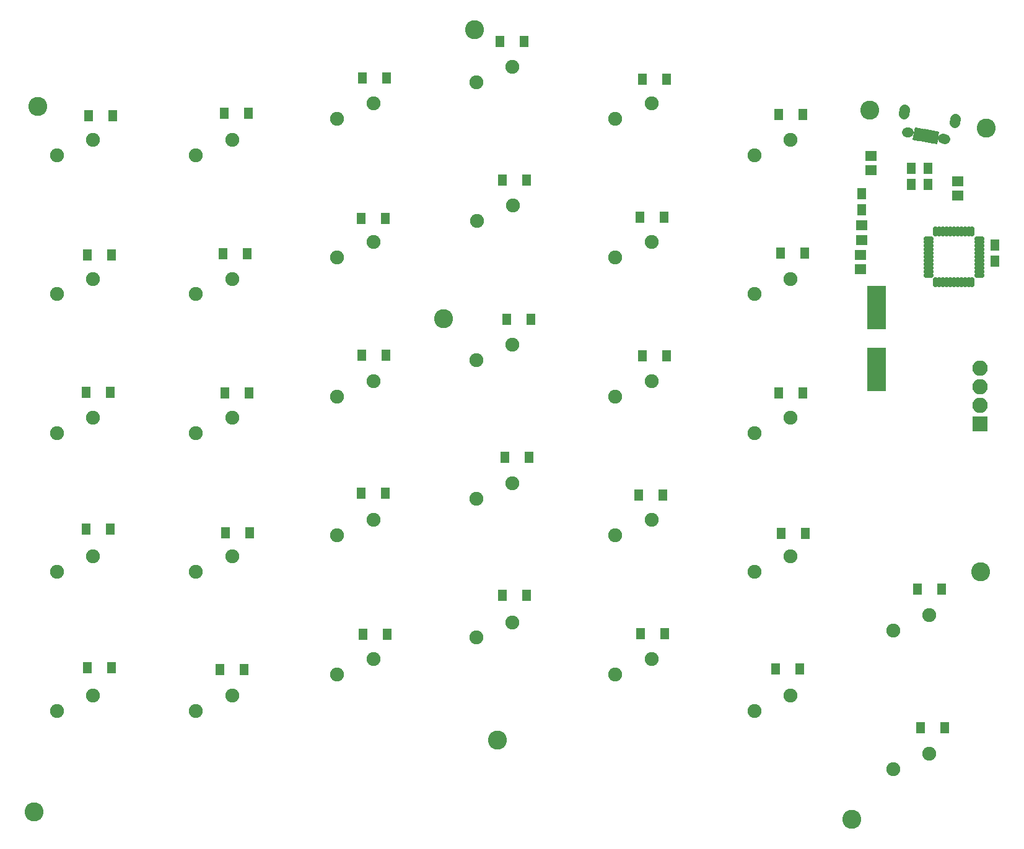
<source format=gbr>
G04 #@! TF.FileFunction,Soldermask,Top*
%FSLAX46Y46*%
G04 Gerber Fmt 4.6, Leading zero omitted, Abs format (unit mm)*
G04 Created by KiCad (PCBNEW 4.0.7) date Wednesday, February 06, 2019 'PMt' 10:52:11 PM*
%MOMM*%
%LPD*%
G01*
G04 APERTURE LIST*
%ADD10C,0.100000*%
%ADD11R,1.650000X1.400000*%
%ADD12R,1.300000X1.600000*%
%ADD13C,1.350000*%
%ADD14C,1.400000*%
%ADD15R,2.100000X2.100000*%
%ADD16O,2.100000X2.100000*%
%ADD17C,1.900000*%
%ADD18O,0.700000X1.400000*%
%ADD19O,1.400000X0.700000*%
%ADD20R,2.500000X6.000000*%
%ADD21C,2.600000*%
G04 APERTURE END LIST*
D10*
D11*
X153650000Y-76900000D03*
X153650000Y-74900000D03*
X153750000Y-70900000D03*
X153750000Y-72900000D03*
X166900000Y-66850000D03*
X166900000Y-64850000D03*
X155050000Y-63350000D03*
X155050000Y-61350000D03*
D12*
X51450000Y-55900000D03*
X48150000Y-55900000D03*
X51250000Y-74900000D03*
X47950000Y-74900000D03*
X51100000Y-93750000D03*
X47800000Y-93750000D03*
X51100000Y-112450000D03*
X47800000Y-112450000D03*
X51250000Y-131450000D03*
X47950000Y-131450000D03*
X70000000Y-55550000D03*
X66700000Y-55550000D03*
X69800000Y-74750000D03*
X66500000Y-74750000D03*
X70050000Y-93850000D03*
X66750000Y-93850000D03*
X70100000Y-112950000D03*
X66800000Y-112950000D03*
X69400000Y-131650000D03*
X66100000Y-131650000D03*
X88850000Y-50750000D03*
X85550000Y-50750000D03*
X88650000Y-69900000D03*
X85350000Y-69900000D03*
X88800000Y-88650000D03*
X85500000Y-88650000D03*
X88650000Y-107550000D03*
X85350000Y-107550000D03*
X88950000Y-126800000D03*
X85650000Y-126800000D03*
X107650000Y-45700000D03*
X104350000Y-45700000D03*
X107950000Y-64700000D03*
X104650000Y-64700000D03*
X108600000Y-83750000D03*
X105300000Y-83750000D03*
X108300000Y-102650000D03*
X105000000Y-102650000D03*
X107950000Y-121500000D03*
X104650000Y-121500000D03*
X127150000Y-50900000D03*
X123850000Y-50900000D03*
X126800000Y-69750000D03*
X123500000Y-69750000D03*
X127150000Y-88750000D03*
X123850000Y-88750000D03*
X126650000Y-107750000D03*
X123350000Y-107750000D03*
X126850000Y-126750000D03*
X123550000Y-126750000D03*
X145750000Y-55700000D03*
X142450000Y-55700000D03*
X146000000Y-74700000D03*
X142700000Y-74700000D03*
X145750000Y-93850000D03*
X142450000Y-93850000D03*
X146100000Y-113000000D03*
X142800000Y-113000000D03*
X145300000Y-131600000D03*
X142000000Y-131600000D03*
X165150000Y-139650000D03*
X161850000Y-139650000D03*
D10*
G36*
X163616246Y-57911326D02*
X164404092Y-58050244D01*
X164100208Y-59773658D01*
X163312362Y-59634740D01*
X163616246Y-57911326D01*
X163616246Y-57911326D01*
G37*
G36*
X162976121Y-57798455D02*
X163763967Y-57937373D01*
X163460083Y-59660787D01*
X162672237Y-59521869D01*
X162976121Y-57798455D01*
X162976121Y-57798455D01*
G37*
G36*
X162335996Y-57685583D02*
X163123842Y-57824501D01*
X162819958Y-59547915D01*
X162032112Y-59408997D01*
X162335996Y-57685583D01*
X162335996Y-57685583D01*
G37*
G36*
X161695871Y-57572712D02*
X162483717Y-57711630D01*
X162179833Y-59435044D01*
X161391987Y-59296126D01*
X161695871Y-57572712D01*
X161695871Y-57572712D01*
G37*
G36*
X161055746Y-57459841D02*
X161843592Y-57598759D01*
X161539708Y-59322173D01*
X160751862Y-59183255D01*
X161055746Y-57459841D01*
X161055746Y-57459841D01*
G37*
D13*
X165187717Y-59076917D02*
X164892275Y-59024823D01*
X160263679Y-58208676D02*
X159968237Y-58156582D01*
D14*
X166541407Y-56294715D02*
X166445901Y-56836359D01*
X159647753Y-55079178D02*
X159552247Y-55620822D01*
D15*
X170000000Y-98030000D03*
D16*
X170000000Y-95490000D03*
X170000000Y-92950000D03*
X170000000Y-90410000D03*
D12*
X160600000Y-65300000D03*
X160600000Y-63100000D03*
X162850000Y-65300000D03*
X162850000Y-63100000D03*
X153800000Y-66550000D03*
X153800000Y-68750000D03*
D17*
X48750000Y-59200000D03*
X43800000Y-61300000D03*
X48750000Y-78200000D03*
X43800000Y-80300000D03*
X48750000Y-97200000D03*
X43800000Y-99300000D03*
X48750000Y-116200000D03*
X43800000Y-118300000D03*
X48750000Y-135200000D03*
X43800000Y-137300000D03*
X67750000Y-59200000D03*
X62800000Y-61300000D03*
X67750000Y-78200000D03*
X62800000Y-80300000D03*
X67750000Y-97200000D03*
X62800000Y-99300000D03*
X67750000Y-116200000D03*
X62800000Y-118300000D03*
X67750000Y-135200000D03*
X62800000Y-137300000D03*
X87050000Y-54200000D03*
X82100000Y-56300000D03*
X87050000Y-73200000D03*
X82100000Y-75300000D03*
X87050000Y-92200000D03*
X82100000Y-94300000D03*
X87050000Y-111200000D03*
X82100000Y-113300000D03*
X87050000Y-130200000D03*
X82100000Y-132300000D03*
X106050000Y-49200000D03*
X101100000Y-51300000D03*
X106150000Y-68200000D03*
X101200000Y-70300000D03*
X106050000Y-87200000D03*
X101100000Y-89300000D03*
X106050000Y-106200000D03*
X101100000Y-108300000D03*
X106050000Y-125200000D03*
X101100000Y-127300000D03*
X125050000Y-54200000D03*
X120100000Y-56300000D03*
X125050000Y-73200000D03*
X120100000Y-75300000D03*
X125050000Y-92200000D03*
X120100000Y-94300000D03*
X125050000Y-111200000D03*
X120100000Y-113300000D03*
X125050000Y-130200000D03*
X120100000Y-132300000D03*
X144050000Y-59200000D03*
X139100000Y-61300000D03*
X144050000Y-78200000D03*
X139100000Y-80300000D03*
X144050000Y-97200000D03*
X139100000Y-99300000D03*
X144050000Y-116200000D03*
X139100000Y-118300000D03*
X144050000Y-135200000D03*
X139100000Y-137300000D03*
X163050000Y-143200000D03*
X158100000Y-145300000D03*
D18*
X168900000Y-71700000D03*
X168400000Y-71700000D03*
X167900000Y-71700000D03*
X167400000Y-71700000D03*
X166900000Y-71700000D03*
X166400000Y-71700000D03*
X165900000Y-71700000D03*
X165400000Y-71700000D03*
X164900000Y-71700000D03*
X164400000Y-71700000D03*
X163900000Y-71700000D03*
D19*
X162900000Y-72700000D03*
X162900000Y-73200000D03*
X162900000Y-73700000D03*
X162900000Y-74200000D03*
X162900000Y-74700000D03*
X162900000Y-75200000D03*
X162900000Y-75700000D03*
X162900000Y-76200000D03*
X162900000Y-76700000D03*
X162900000Y-77200000D03*
X162900000Y-77700000D03*
D18*
X163900000Y-78700000D03*
X164400000Y-78700000D03*
X164900000Y-78700000D03*
X165400000Y-78700000D03*
X165900000Y-78700000D03*
X166400000Y-78700000D03*
X166900000Y-78700000D03*
X167400000Y-78700000D03*
X167900000Y-78700000D03*
X168400000Y-78700000D03*
X168900000Y-78700000D03*
D19*
X169900000Y-77700000D03*
X169900000Y-77200000D03*
X169900000Y-76700000D03*
X169900000Y-76200000D03*
X169900000Y-75700000D03*
X169900000Y-75200000D03*
X169900000Y-74700000D03*
X169900000Y-74200000D03*
X169900000Y-73700000D03*
X169900000Y-73200000D03*
X169900000Y-72700000D03*
D20*
X155850000Y-90600000D03*
X155850000Y-82100000D03*
D12*
X164750000Y-120650000D03*
X161450000Y-120650000D03*
X172000000Y-73550000D03*
X172000000Y-75750000D03*
D17*
X163050000Y-124200000D03*
X158100000Y-126300000D03*
D21*
X41150000Y-54600000D03*
X154850000Y-55150000D03*
X170800000Y-57600000D03*
X100850000Y-44100000D03*
X96650000Y-83650000D03*
X40650000Y-151150000D03*
X104000000Y-141350000D03*
X152400000Y-152150000D03*
X170050000Y-118250000D03*
M02*

</source>
